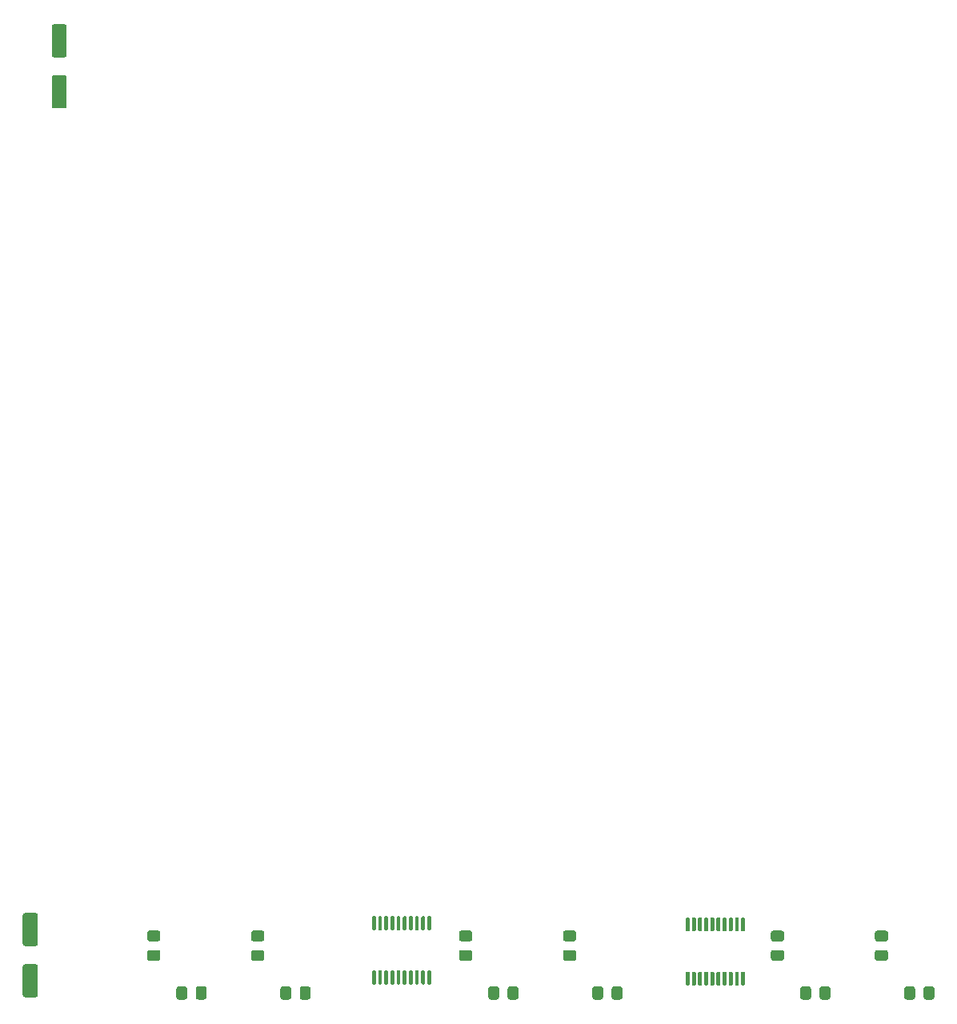
<source format=gbr>
%TF.GenerationSoftware,KiCad,Pcbnew,5.1.6-c6e7f7d~86~ubuntu18.04.1*%
%TF.CreationDate,2021-02-18T21:08:59+08:00*%
%TF.ProjectId,amiga_ocs,616d6967-615f-46f6-9373-2e6b69636164,rev?*%
%TF.SameCoordinates,Original*%
%TF.FileFunction,Paste,Top*%
%TF.FilePolarity,Positive*%
%FSLAX46Y46*%
G04 Gerber Fmt 4.6, Leading zero omitted, Abs format (unit mm)*
G04 Created by KiCad (PCBNEW 5.1.6-c6e7f7d~86~ubuntu18.04.1) date 2021-02-18 21:08:59*
%MOMM*%
%LPD*%
G01*
G04 APERTURE LIST*
G04 APERTURE END LIST*
%TO.C,C18*%
G36*
G01*
X87450001Y-126550000D02*
X86549999Y-126550000D01*
G75*
G02*
X86300000Y-126300001I0J249999D01*
G01*
X86300000Y-125649999D01*
G75*
G02*
X86549999Y-125400000I249999J0D01*
G01*
X87450001Y-125400000D01*
G75*
G02*
X87700000Y-125649999I0J-249999D01*
G01*
X87700000Y-126300001D01*
G75*
G02*
X87450001Y-126550000I-249999J0D01*
G01*
G37*
G36*
G01*
X87450001Y-128600000D02*
X86549999Y-128600000D01*
G75*
G02*
X86300000Y-128350001I0J249999D01*
G01*
X86300000Y-127699999D01*
G75*
G02*
X86549999Y-127450000I249999J0D01*
G01*
X87450001Y-127450000D01*
G75*
G02*
X87700000Y-127699999I0J-249999D01*
G01*
X87700000Y-128350001D01*
G75*
G02*
X87450001Y-128600000I-249999J0D01*
G01*
G37*
%TD*%
%TO.C,C17*%
G36*
G01*
X98450001Y-126550000D02*
X97549999Y-126550000D01*
G75*
G02*
X97300000Y-126300001I0J249999D01*
G01*
X97300000Y-125649999D01*
G75*
G02*
X97549999Y-125400000I249999J0D01*
G01*
X98450001Y-125400000D01*
G75*
G02*
X98700000Y-125649999I0J-249999D01*
G01*
X98700000Y-126300001D01*
G75*
G02*
X98450001Y-126550000I-249999J0D01*
G01*
G37*
G36*
G01*
X98450001Y-128600000D02*
X97549999Y-128600000D01*
G75*
G02*
X97300000Y-128350001I0J249999D01*
G01*
X97300000Y-127699999D01*
G75*
G02*
X97549999Y-127450000I249999J0D01*
G01*
X98450001Y-127450000D01*
G75*
G02*
X98700000Y-127699999I0J-249999D01*
G01*
X98700000Y-128350001D01*
G75*
G02*
X98450001Y-128600000I-249999J0D01*
G01*
G37*
%TD*%
%TO.C,C16*%
G36*
G01*
X120450001Y-126550000D02*
X119549999Y-126550000D01*
G75*
G02*
X119300000Y-126300001I0J249999D01*
G01*
X119300000Y-125649999D01*
G75*
G02*
X119549999Y-125400000I249999J0D01*
G01*
X120450001Y-125400000D01*
G75*
G02*
X120700000Y-125649999I0J-249999D01*
G01*
X120700000Y-126300001D01*
G75*
G02*
X120450001Y-126550000I-249999J0D01*
G01*
G37*
G36*
G01*
X120450001Y-128600000D02*
X119549999Y-128600000D01*
G75*
G02*
X119300000Y-128350001I0J249999D01*
G01*
X119300000Y-127699999D01*
G75*
G02*
X119549999Y-127450000I249999J0D01*
G01*
X120450001Y-127450000D01*
G75*
G02*
X120700000Y-127699999I0J-249999D01*
G01*
X120700000Y-128350001D01*
G75*
G02*
X120450001Y-128600000I-249999J0D01*
G01*
G37*
%TD*%
%TO.C,C15*%
G36*
G01*
X131450001Y-126550000D02*
X130549999Y-126550000D01*
G75*
G02*
X130300000Y-126300001I0J249999D01*
G01*
X130300000Y-125649999D01*
G75*
G02*
X130549999Y-125400000I249999J0D01*
G01*
X131450001Y-125400000D01*
G75*
G02*
X131700000Y-125649999I0J-249999D01*
G01*
X131700000Y-126300001D01*
G75*
G02*
X131450001Y-126550000I-249999J0D01*
G01*
G37*
G36*
G01*
X131450001Y-128600000D02*
X130549999Y-128600000D01*
G75*
G02*
X130300000Y-128350001I0J249999D01*
G01*
X130300000Y-127699999D01*
G75*
G02*
X130549999Y-127450000I249999J0D01*
G01*
X131450001Y-127450000D01*
G75*
G02*
X131700000Y-127699999I0J-249999D01*
G01*
X131700000Y-128350001D01*
G75*
G02*
X131450001Y-128600000I-249999J0D01*
G01*
G37*
%TD*%
%TO.C,C12*%
G36*
G01*
X65450001Y-126550000D02*
X64549999Y-126550000D01*
G75*
G02*
X64300000Y-126300001I0J249999D01*
G01*
X64300000Y-125649999D01*
G75*
G02*
X64549999Y-125400000I249999J0D01*
G01*
X65450001Y-125400000D01*
G75*
G02*
X65700000Y-125649999I0J-249999D01*
G01*
X65700000Y-126300001D01*
G75*
G02*
X65450001Y-126550000I-249999J0D01*
G01*
G37*
G36*
G01*
X65450001Y-128600000D02*
X64549999Y-128600000D01*
G75*
G02*
X64300000Y-128350001I0J249999D01*
G01*
X64300000Y-127699999D01*
G75*
G02*
X64549999Y-127450000I249999J0D01*
G01*
X65450001Y-127450000D01*
G75*
G02*
X65700000Y-127699999I0J-249999D01*
G01*
X65700000Y-128350001D01*
G75*
G02*
X65450001Y-128600000I-249999J0D01*
G01*
G37*
%TD*%
%TO.C,C11*%
G36*
G01*
X53549999Y-127450000D02*
X54450001Y-127450000D01*
G75*
G02*
X54700000Y-127699999I0J-249999D01*
G01*
X54700000Y-128350001D01*
G75*
G02*
X54450001Y-128600000I-249999J0D01*
G01*
X53549999Y-128600000D01*
G75*
G02*
X53300000Y-128350001I0J249999D01*
G01*
X53300000Y-127699999D01*
G75*
G02*
X53549999Y-127450000I249999J0D01*
G01*
G37*
G36*
G01*
X53549999Y-125400000D02*
X54450001Y-125400000D01*
G75*
G02*
X54700000Y-125649999I0J-249999D01*
G01*
X54700000Y-126300001D01*
G75*
G02*
X54450001Y-126550000I-249999J0D01*
G01*
X53549999Y-126550000D01*
G75*
G02*
X53300000Y-126300001I0J249999D01*
G01*
X53300000Y-125649999D01*
G75*
G02*
X53549999Y-125400000I249999J0D01*
G01*
G37*
%TD*%
%TO.C,C10*%
G36*
G01*
X43450000Y-34950000D02*
X44550000Y-34950000D01*
G75*
G02*
X44800000Y-35200000I0J-250000D01*
G01*
X44800000Y-38200000D01*
G75*
G02*
X44550000Y-38450000I-250000J0D01*
G01*
X43450000Y-38450000D01*
G75*
G02*
X43200000Y-38200000I0J250000D01*
G01*
X43200000Y-35200000D01*
G75*
G02*
X43450000Y-34950000I250000J0D01*
G01*
G37*
G36*
G01*
X43450000Y-29550000D02*
X44550000Y-29550000D01*
G75*
G02*
X44800000Y-29800000I0J-250000D01*
G01*
X44800000Y-32800000D01*
G75*
G02*
X44550000Y-33050000I-250000J0D01*
G01*
X43450000Y-33050000D01*
G75*
G02*
X43200000Y-32800000I0J250000D01*
G01*
X43200000Y-29800000D01*
G75*
G02*
X43450000Y-29550000I250000J0D01*
G01*
G37*
%TD*%
%TO.C,C9*%
G36*
G01*
X135450000Y-132450001D02*
X135450000Y-131549999D01*
G75*
G02*
X135699999Y-131300000I249999J0D01*
G01*
X136350001Y-131300000D01*
G75*
G02*
X136600000Y-131549999I0J-249999D01*
G01*
X136600000Y-132450001D01*
G75*
G02*
X136350001Y-132700000I-249999J0D01*
G01*
X135699999Y-132700000D01*
G75*
G02*
X135450000Y-132450001I0J249999D01*
G01*
G37*
G36*
G01*
X133400000Y-132450001D02*
X133400000Y-131549999D01*
G75*
G02*
X133649999Y-131300000I249999J0D01*
G01*
X134300001Y-131300000D01*
G75*
G02*
X134550000Y-131549999I0J-249999D01*
G01*
X134550000Y-132450001D01*
G75*
G02*
X134300001Y-132700000I-249999J0D01*
G01*
X133649999Y-132700000D01*
G75*
G02*
X133400000Y-132450001I0J249999D01*
G01*
G37*
%TD*%
%TO.C,C8*%
G36*
G01*
X124450000Y-132450001D02*
X124450000Y-131549999D01*
G75*
G02*
X124699999Y-131300000I249999J0D01*
G01*
X125350001Y-131300000D01*
G75*
G02*
X125600000Y-131549999I0J-249999D01*
G01*
X125600000Y-132450001D01*
G75*
G02*
X125350001Y-132700000I-249999J0D01*
G01*
X124699999Y-132700000D01*
G75*
G02*
X124450000Y-132450001I0J249999D01*
G01*
G37*
G36*
G01*
X122400000Y-132450001D02*
X122400000Y-131549999D01*
G75*
G02*
X122649999Y-131300000I249999J0D01*
G01*
X123300001Y-131300000D01*
G75*
G02*
X123550000Y-131549999I0J-249999D01*
G01*
X123550000Y-132450001D01*
G75*
G02*
X123300001Y-132700000I-249999J0D01*
G01*
X122649999Y-132700000D01*
G75*
G02*
X122400000Y-132450001I0J249999D01*
G01*
G37*
%TD*%
%TO.C,C7*%
G36*
G01*
X102450000Y-132450001D02*
X102450000Y-131549999D01*
G75*
G02*
X102699999Y-131300000I249999J0D01*
G01*
X103350001Y-131300000D01*
G75*
G02*
X103600000Y-131549999I0J-249999D01*
G01*
X103600000Y-132450001D01*
G75*
G02*
X103350001Y-132700000I-249999J0D01*
G01*
X102699999Y-132700000D01*
G75*
G02*
X102450000Y-132450001I0J249999D01*
G01*
G37*
G36*
G01*
X100400000Y-132450001D02*
X100400000Y-131549999D01*
G75*
G02*
X100649999Y-131300000I249999J0D01*
G01*
X101300001Y-131300000D01*
G75*
G02*
X101550000Y-131549999I0J-249999D01*
G01*
X101550000Y-132450001D01*
G75*
G02*
X101300001Y-132700000I-249999J0D01*
G01*
X100649999Y-132700000D01*
G75*
G02*
X100400000Y-132450001I0J249999D01*
G01*
G37*
%TD*%
%TO.C,C6*%
G36*
G01*
X91450000Y-132450001D02*
X91450000Y-131549999D01*
G75*
G02*
X91699999Y-131300000I249999J0D01*
G01*
X92350001Y-131300000D01*
G75*
G02*
X92600000Y-131549999I0J-249999D01*
G01*
X92600000Y-132450001D01*
G75*
G02*
X92350001Y-132700000I-249999J0D01*
G01*
X91699999Y-132700000D01*
G75*
G02*
X91450000Y-132450001I0J249999D01*
G01*
G37*
G36*
G01*
X89400000Y-132450001D02*
X89400000Y-131549999D01*
G75*
G02*
X89649999Y-131300000I249999J0D01*
G01*
X90300001Y-131300000D01*
G75*
G02*
X90550000Y-131549999I0J-249999D01*
G01*
X90550000Y-132450001D01*
G75*
G02*
X90300001Y-132700000I-249999J0D01*
G01*
X89649999Y-132700000D01*
G75*
G02*
X89400000Y-132450001I0J249999D01*
G01*
G37*
%TD*%
%TO.C,C3*%
G36*
G01*
X69450000Y-132450001D02*
X69450000Y-131549999D01*
G75*
G02*
X69699999Y-131300000I249999J0D01*
G01*
X70350001Y-131300000D01*
G75*
G02*
X70600000Y-131549999I0J-249999D01*
G01*
X70600000Y-132450001D01*
G75*
G02*
X70350001Y-132700000I-249999J0D01*
G01*
X69699999Y-132700000D01*
G75*
G02*
X69450000Y-132450001I0J249999D01*
G01*
G37*
G36*
G01*
X67400000Y-132450001D02*
X67400000Y-131549999D01*
G75*
G02*
X67649999Y-131300000I249999J0D01*
G01*
X68300001Y-131300000D01*
G75*
G02*
X68550000Y-131549999I0J-249999D01*
G01*
X68550000Y-132450001D01*
G75*
G02*
X68300001Y-132700000I-249999J0D01*
G01*
X67649999Y-132700000D01*
G75*
G02*
X67400000Y-132450001I0J249999D01*
G01*
G37*
%TD*%
%TO.C,C2*%
G36*
G01*
X58450000Y-132450001D02*
X58450000Y-131549999D01*
G75*
G02*
X58699999Y-131300000I249999J0D01*
G01*
X59350001Y-131300000D01*
G75*
G02*
X59600000Y-131549999I0J-249999D01*
G01*
X59600000Y-132450001D01*
G75*
G02*
X59350001Y-132700000I-249999J0D01*
G01*
X58699999Y-132700000D01*
G75*
G02*
X58450000Y-132450001I0J249999D01*
G01*
G37*
G36*
G01*
X56400000Y-132450001D02*
X56400000Y-131549999D01*
G75*
G02*
X56649999Y-131300000I249999J0D01*
G01*
X57300001Y-131300000D01*
G75*
G02*
X57550000Y-131549999I0J-249999D01*
G01*
X57550000Y-132450001D01*
G75*
G02*
X57300001Y-132700000I-249999J0D01*
G01*
X56649999Y-132700000D01*
G75*
G02*
X56400000Y-132450001I0J249999D01*
G01*
G37*
%TD*%
%TO.C,C1*%
G36*
G01*
X40395000Y-128949000D02*
X41495000Y-128949000D01*
G75*
G02*
X41745000Y-129199000I0J-250000D01*
G01*
X41745000Y-132199000D01*
G75*
G02*
X41495000Y-132449000I-250000J0D01*
G01*
X40395000Y-132449000D01*
G75*
G02*
X40145000Y-132199000I0J250000D01*
G01*
X40145000Y-129199000D01*
G75*
G02*
X40395000Y-128949000I250000J0D01*
G01*
G37*
G36*
G01*
X40395000Y-123549000D02*
X41495000Y-123549000D01*
G75*
G02*
X41745000Y-123799000I0J-250000D01*
G01*
X41745000Y-126799000D01*
G75*
G02*
X41495000Y-127049000I-250000J0D01*
G01*
X40395000Y-127049000D01*
G75*
G02*
X40145000Y-126799000I0J250000D01*
G01*
X40145000Y-123799000D01*
G75*
G02*
X40395000Y-123549000I250000J0D01*
G01*
G37*
%TD*%
%TO.C,U1*%
G36*
G01*
X83049300Y-129616000D02*
X83249300Y-129616000D01*
G75*
G02*
X83349300Y-129716000I0J-100000D01*
G01*
X83349300Y-130991000D01*
G75*
G02*
X83249300Y-131091000I-100000J0D01*
G01*
X83049300Y-131091000D01*
G75*
G02*
X82949300Y-130991000I0J100000D01*
G01*
X82949300Y-129716000D01*
G75*
G02*
X83049300Y-129616000I100000J0D01*
G01*
G37*
G36*
G01*
X82399300Y-129616000D02*
X82599300Y-129616000D01*
G75*
G02*
X82699300Y-129716000I0J-100000D01*
G01*
X82699300Y-130991000D01*
G75*
G02*
X82599300Y-131091000I-100000J0D01*
G01*
X82399300Y-131091000D01*
G75*
G02*
X82299300Y-130991000I0J100000D01*
G01*
X82299300Y-129716000D01*
G75*
G02*
X82399300Y-129616000I100000J0D01*
G01*
G37*
G36*
G01*
X81749300Y-129616000D02*
X81949300Y-129616000D01*
G75*
G02*
X82049300Y-129716000I0J-100000D01*
G01*
X82049300Y-130991000D01*
G75*
G02*
X81949300Y-131091000I-100000J0D01*
G01*
X81749300Y-131091000D01*
G75*
G02*
X81649300Y-130991000I0J100000D01*
G01*
X81649300Y-129716000D01*
G75*
G02*
X81749300Y-129616000I100000J0D01*
G01*
G37*
G36*
G01*
X81099300Y-129616000D02*
X81299300Y-129616000D01*
G75*
G02*
X81399300Y-129716000I0J-100000D01*
G01*
X81399300Y-130991000D01*
G75*
G02*
X81299300Y-131091000I-100000J0D01*
G01*
X81099300Y-131091000D01*
G75*
G02*
X80999300Y-130991000I0J100000D01*
G01*
X80999300Y-129716000D01*
G75*
G02*
X81099300Y-129616000I100000J0D01*
G01*
G37*
G36*
G01*
X80449300Y-129616000D02*
X80649300Y-129616000D01*
G75*
G02*
X80749300Y-129716000I0J-100000D01*
G01*
X80749300Y-130991000D01*
G75*
G02*
X80649300Y-131091000I-100000J0D01*
G01*
X80449300Y-131091000D01*
G75*
G02*
X80349300Y-130991000I0J100000D01*
G01*
X80349300Y-129716000D01*
G75*
G02*
X80449300Y-129616000I100000J0D01*
G01*
G37*
G36*
G01*
X79799300Y-129616000D02*
X79999300Y-129616000D01*
G75*
G02*
X80099300Y-129716000I0J-100000D01*
G01*
X80099300Y-130991000D01*
G75*
G02*
X79999300Y-131091000I-100000J0D01*
G01*
X79799300Y-131091000D01*
G75*
G02*
X79699300Y-130991000I0J100000D01*
G01*
X79699300Y-129716000D01*
G75*
G02*
X79799300Y-129616000I100000J0D01*
G01*
G37*
G36*
G01*
X79149300Y-129616000D02*
X79349300Y-129616000D01*
G75*
G02*
X79449300Y-129716000I0J-100000D01*
G01*
X79449300Y-130991000D01*
G75*
G02*
X79349300Y-131091000I-100000J0D01*
G01*
X79149300Y-131091000D01*
G75*
G02*
X79049300Y-130991000I0J100000D01*
G01*
X79049300Y-129716000D01*
G75*
G02*
X79149300Y-129616000I100000J0D01*
G01*
G37*
G36*
G01*
X78499300Y-129616000D02*
X78699300Y-129616000D01*
G75*
G02*
X78799300Y-129716000I0J-100000D01*
G01*
X78799300Y-130991000D01*
G75*
G02*
X78699300Y-131091000I-100000J0D01*
G01*
X78499300Y-131091000D01*
G75*
G02*
X78399300Y-130991000I0J100000D01*
G01*
X78399300Y-129716000D01*
G75*
G02*
X78499300Y-129616000I100000J0D01*
G01*
G37*
G36*
G01*
X77849300Y-129616000D02*
X78049300Y-129616000D01*
G75*
G02*
X78149300Y-129716000I0J-100000D01*
G01*
X78149300Y-130991000D01*
G75*
G02*
X78049300Y-131091000I-100000J0D01*
G01*
X77849300Y-131091000D01*
G75*
G02*
X77749300Y-130991000I0J100000D01*
G01*
X77749300Y-129716000D01*
G75*
G02*
X77849300Y-129616000I100000J0D01*
G01*
G37*
G36*
G01*
X77199300Y-129616000D02*
X77399300Y-129616000D01*
G75*
G02*
X77499300Y-129716000I0J-100000D01*
G01*
X77499300Y-130991000D01*
G75*
G02*
X77399300Y-131091000I-100000J0D01*
G01*
X77199300Y-131091000D01*
G75*
G02*
X77099300Y-130991000I0J100000D01*
G01*
X77099300Y-129716000D01*
G75*
G02*
X77199300Y-129616000I100000J0D01*
G01*
G37*
G36*
G01*
X77199300Y-123891000D02*
X77399300Y-123891000D01*
G75*
G02*
X77499300Y-123991000I0J-100000D01*
G01*
X77499300Y-125266000D01*
G75*
G02*
X77399300Y-125366000I-100000J0D01*
G01*
X77199300Y-125366000D01*
G75*
G02*
X77099300Y-125266000I0J100000D01*
G01*
X77099300Y-123991000D01*
G75*
G02*
X77199300Y-123891000I100000J0D01*
G01*
G37*
G36*
G01*
X77849300Y-123891000D02*
X78049300Y-123891000D01*
G75*
G02*
X78149300Y-123991000I0J-100000D01*
G01*
X78149300Y-125266000D01*
G75*
G02*
X78049300Y-125366000I-100000J0D01*
G01*
X77849300Y-125366000D01*
G75*
G02*
X77749300Y-125266000I0J100000D01*
G01*
X77749300Y-123991000D01*
G75*
G02*
X77849300Y-123891000I100000J0D01*
G01*
G37*
G36*
G01*
X78499300Y-123891000D02*
X78699300Y-123891000D01*
G75*
G02*
X78799300Y-123991000I0J-100000D01*
G01*
X78799300Y-125266000D01*
G75*
G02*
X78699300Y-125366000I-100000J0D01*
G01*
X78499300Y-125366000D01*
G75*
G02*
X78399300Y-125266000I0J100000D01*
G01*
X78399300Y-123991000D01*
G75*
G02*
X78499300Y-123891000I100000J0D01*
G01*
G37*
G36*
G01*
X79149300Y-123891000D02*
X79349300Y-123891000D01*
G75*
G02*
X79449300Y-123991000I0J-100000D01*
G01*
X79449300Y-125266000D01*
G75*
G02*
X79349300Y-125366000I-100000J0D01*
G01*
X79149300Y-125366000D01*
G75*
G02*
X79049300Y-125266000I0J100000D01*
G01*
X79049300Y-123991000D01*
G75*
G02*
X79149300Y-123891000I100000J0D01*
G01*
G37*
G36*
G01*
X79799300Y-123891000D02*
X79999300Y-123891000D01*
G75*
G02*
X80099300Y-123991000I0J-100000D01*
G01*
X80099300Y-125266000D01*
G75*
G02*
X79999300Y-125366000I-100000J0D01*
G01*
X79799300Y-125366000D01*
G75*
G02*
X79699300Y-125266000I0J100000D01*
G01*
X79699300Y-123991000D01*
G75*
G02*
X79799300Y-123891000I100000J0D01*
G01*
G37*
G36*
G01*
X80449300Y-123891000D02*
X80649300Y-123891000D01*
G75*
G02*
X80749300Y-123991000I0J-100000D01*
G01*
X80749300Y-125266000D01*
G75*
G02*
X80649300Y-125366000I-100000J0D01*
G01*
X80449300Y-125366000D01*
G75*
G02*
X80349300Y-125266000I0J100000D01*
G01*
X80349300Y-123991000D01*
G75*
G02*
X80449300Y-123891000I100000J0D01*
G01*
G37*
G36*
G01*
X81099300Y-123891000D02*
X81299300Y-123891000D01*
G75*
G02*
X81399300Y-123991000I0J-100000D01*
G01*
X81399300Y-125266000D01*
G75*
G02*
X81299300Y-125366000I-100000J0D01*
G01*
X81099300Y-125366000D01*
G75*
G02*
X80999300Y-125266000I0J100000D01*
G01*
X80999300Y-123991000D01*
G75*
G02*
X81099300Y-123891000I100000J0D01*
G01*
G37*
G36*
G01*
X81749300Y-123891000D02*
X81949300Y-123891000D01*
G75*
G02*
X82049300Y-123991000I0J-100000D01*
G01*
X82049300Y-125266000D01*
G75*
G02*
X81949300Y-125366000I-100000J0D01*
G01*
X81749300Y-125366000D01*
G75*
G02*
X81649300Y-125266000I0J100000D01*
G01*
X81649300Y-123991000D01*
G75*
G02*
X81749300Y-123891000I100000J0D01*
G01*
G37*
G36*
G01*
X82399300Y-123891000D02*
X82599300Y-123891000D01*
G75*
G02*
X82699300Y-123991000I0J-100000D01*
G01*
X82699300Y-125266000D01*
G75*
G02*
X82599300Y-125366000I-100000J0D01*
G01*
X82399300Y-125366000D01*
G75*
G02*
X82299300Y-125266000I0J100000D01*
G01*
X82299300Y-123991000D01*
G75*
G02*
X82399300Y-123891000I100000J0D01*
G01*
G37*
G36*
G01*
X83049300Y-123891000D02*
X83249300Y-123891000D01*
G75*
G02*
X83349300Y-123991000I0J-100000D01*
G01*
X83349300Y-125266000D01*
G75*
G02*
X83249300Y-125366000I-100000J0D01*
G01*
X83049300Y-125366000D01*
G75*
G02*
X82949300Y-125266000I0J100000D01*
G01*
X82949300Y-123991000D01*
G75*
G02*
X83049300Y-123891000I100000J0D01*
G01*
G37*
%TD*%
%TO.C,U2*%
G36*
G01*
X116251000Y-129743000D02*
X116451000Y-129743000D01*
G75*
G02*
X116551000Y-129843000I0J-100000D01*
G01*
X116551000Y-131118000D01*
G75*
G02*
X116451000Y-131218000I-100000J0D01*
G01*
X116251000Y-131218000D01*
G75*
G02*
X116151000Y-131118000I0J100000D01*
G01*
X116151000Y-129843000D01*
G75*
G02*
X116251000Y-129743000I100000J0D01*
G01*
G37*
G36*
G01*
X115601000Y-129743000D02*
X115801000Y-129743000D01*
G75*
G02*
X115901000Y-129843000I0J-100000D01*
G01*
X115901000Y-131118000D01*
G75*
G02*
X115801000Y-131218000I-100000J0D01*
G01*
X115601000Y-131218000D01*
G75*
G02*
X115501000Y-131118000I0J100000D01*
G01*
X115501000Y-129843000D01*
G75*
G02*
X115601000Y-129743000I100000J0D01*
G01*
G37*
G36*
G01*
X114951000Y-129743000D02*
X115151000Y-129743000D01*
G75*
G02*
X115251000Y-129843000I0J-100000D01*
G01*
X115251000Y-131118000D01*
G75*
G02*
X115151000Y-131218000I-100000J0D01*
G01*
X114951000Y-131218000D01*
G75*
G02*
X114851000Y-131118000I0J100000D01*
G01*
X114851000Y-129843000D01*
G75*
G02*
X114951000Y-129743000I100000J0D01*
G01*
G37*
G36*
G01*
X114301000Y-129743000D02*
X114501000Y-129743000D01*
G75*
G02*
X114601000Y-129843000I0J-100000D01*
G01*
X114601000Y-131118000D01*
G75*
G02*
X114501000Y-131218000I-100000J0D01*
G01*
X114301000Y-131218000D01*
G75*
G02*
X114201000Y-131118000I0J100000D01*
G01*
X114201000Y-129843000D01*
G75*
G02*
X114301000Y-129743000I100000J0D01*
G01*
G37*
G36*
G01*
X113651000Y-129743000D02*
X113851000Y-129743000D01*
G75*
G02*
X113951000Y-129843000I0J-100000D01*
G01*
X113951000Y-131118000D01*
G75*
G02*
X113851000Y-131218000I-100000J0D01*
G01*
X113651000Y-131218000D01*
G75*
G02*
X113551000Y-131118000I0J100000D01*
G01*
X113551000Y-129843000D01*
G75*
G02*
X113651000Y-129743000I100000J0D01*
G01*
G37*
G36*
G01*
X113001000Y-129743000D02*
X113201000Y-129743000D01*
G75*
G02*
X113301000Y-129843000I0J-100000D01*
G01*
X113301000Y-131118000D01*
G75*
G02*
X113201000Y-131218000I-100000J0D01*
G01*
X113001000Y-131218000D01*
G75*
G02*
X112901000Y-131118000I0J100000D01*
G01*
X112901000Y-129843000D01*
G75*
G02*
X113001000Y-129743000I100000J0D01*
G01*
G37*
G36*
G01*
X112351000Y-129743000D02*
X112551000Y-129743000D01*
G75*
G02*
X112651000Y-129843000I0J-100000D01*
G01*
X112651000Y-131118000D01*
G75*
G02*
X112551000Y-131218000I-100000J0D01*
G01*
X112351000Y-131218000D01*
G75*
G02*
X112251000Y-131118000I0J100000D01*
G01*
X112251000Y-129843000D01*
G75*
G02*
X112351000Y-129743000I100000J0D01*
G01*
G37*
G36*
G01*
X111701000Y-129743000D02*
X111901000Y-129743000D01*
G75*
G02*
X112001000Y-129843000I0J-100000D01*
G01*
X112001000Y-131118000D01*
G75*
G02*
X111901000Y-131218000I-100000J0D01*
G01*
X111701000Y-131218000D01*
G75*
G02*
X111601000Y-131118000I0J100000D01*
G01*
X111601000Y-129843000D01*
G75*
G02*
X111701000Y-129743000I100000J0D01*
G01*
G37*
G36*
G01*
X111051000Y-129743000D02*
X111251000Y-129743000D01*
G75*
G02*
X111351000Y-129843000I0J-100000D01*
G01*
X111351000Y-131118000D01*
G75*
G02*
X111251000Y-131218000I-100000J0D01*
G01*
X111051000Y-131218000D01*
G75*
G02*
X110951000Y-131118000I0J100000D01*
G01*
X110951000Y-129843000D01*
G75*
G02*
X111051000Y-129743000I100000J0D01*
G01*
G37*
G36*
G01*
X110401000Y-129743000D02*
X110601000Y-129743000D01*
G75*
G02*
X110701000Y-129843000I0J-100000D01*
G01*
X110701000Y-131118000D01*
G75*
G02*
X110601000Y-131218000I-100000J0D01*
G01*
X110401000Y-131218000D01*
G75*
G02*
X110301000Y-131118000I0J100000D01*
G01*
X110301000Y-129843000D01*
G75*
G02*
X110401000Y-129743000I100000J0D01*
G01*
G37*
G36*
G01*
X110401000Y-124018000D02*
X110601000Y-124018000D01*
G75*
G02*
X110701000Y-124118000I0J-100000D01*
G01*
X110701000Y-125393000D01*
G75*
G02*
X110601000Y-125493000I-100000J0D01*
G01*
X110401000Y-125493000D01*
G75*
G02*
X110301000Y-125393000I0J100000D01*
G01*
X110301000Y-124118000D01*
G75*
G02*
X110401000Y-124018000I100000J0D01*
G01*
G37*
G36*
G01*
X111051000Y-124018000D02*
X111251000Y-124018000D01*
G75*
G02*
X111351000Y-124118000I0J-100000D01*
G01*
X111351000Y-125393000D01*
G75*
G02*
X111251000Y-125493000I-100000J0D01*
G01*
X111051000Y-125493000D01*
G75*
G02*
X110951000Y-125393000I0J100000D01*
G01*
X110951000Y-124118000D01*
G75*
G02*
X111051000Y-124018000I100000J0D01*
G01*
G37*
G36*
G01*
X111701000Y-124018000D02*
X111901000Y-124018000D01*
G75*
G02*
X112001000Y-124118000I0J-100000D01*
G01*
X112001000Y-125393000D01*
G75*
G02*
X111901000Y-125493000I-100000J0D01*
G01*
X111701000Y-125493000D01*
G75*
G02*
X111601000Y-125393000I0J100000D01*
G01*
X111601000Y-124118000D01*
G75*
G02*
X111701000Y-124018000I100000J0D01*
G01*
G37*
G36*
G01*
X112351000Y-124018000D02*
X112551000Y-124018000D01*
G75*
G02*
X112651000Y-124118000I0J-100000D01*
G01*
X112651000Y-125393000D01*
G75*
G02*
X112551000Y-125493000I-100000J0D01*
G01*
X112351000Y-125493000D01*
G75*
G02*
X112251000Y-125393000I0J100000D01*
G01*
X112251000Y-124118000D01*
G75*
G02*
X112351000Y-124018000I100000J0D01*
G01*
G37*
G36*
G01*
X113001000Y-124018000D02*
X113201000Y-124018000D01*
G75*
G02*
X113301000Y-124118000I0J-100000D01*
G01*
X113301000Y-125393000D01*
G75*
G02*
X113201000Y-125493000I-100000J0D01*
G01*
X113001000Y-125493000D01*
G75*
G02*
X112901000Y-125393000I0J100000D01*
G01*
X112901000Y-124118000D01*
G75*
G02*
X113001000Y-124018000I100000J0D01*
G01*
G37*
G36*
G01*
X113651000Y-124018000D02*
X113851000Y-124018000D01*
G75*
G02*
X113951000Y-124118000I0J-100000D01*
G01*
X113951000Y-125393000D01*
G75*
G02*
X113851000Y-125493000I-100000J0D01*
G01*
X113651000Y-125493000D01*
G75*
G02*
X113551000Y-125393000I0J100000D01*
G01*
X113551000Y-124118000D01*
G75*
G02*
X113651000Y-124018000I100000J0D01*
G01*
G37*
G36*
G01*
X114301000Y-124018000D02*
X114501000Y-124018000D01*
G75*
G02*
X114601000Y-124118000I0J-100000D01*
G01*
X114601000Y-125393000D01*
G75*
G02*
X114501000Y-125493000I-100000J0D01*
G01*
X114301000Y-125493000D01*
G75*
G02*
X114201000Y-125393000I0J100000D01*
G01*
X114201000Y-124118000D01*
G75*
G02*
X114301000Y-124018000I100000J0D01*
G01*
G37*
G36*
G01*
X114951000Y-124018000D02*
X115151000Y-124018000D01*
G75*
G02*
X115251000Y-124118000I0J-100000D01*
G01*
X115251000Y-125393000D01*
G75*
G02*
X115151000Y-125493000I-100000J0D01*
G01*
X114951000Y-125493000D01*
G75*
G02*
X114851000Y-125393000I0J100000D01*
G01*
X114851000Y-124118000D01*
G75*
G02*
X114951000Y-124018000I100000J0D01*
G01*
G37*
G36*
G01*
X115601000Y-124018000D02*
X115801000Y-124018000D01*
G75*
G02*
X115901000Y-124118000I0J-100000D01*
G01*
X115901000Y-125393000D01*
G75*
G02*
X115801000Y-125493000I-100000J0D01*
G01*
X115601000Y-125493000D01*
G75*
G02*
X115501000Y-125393000I0J100000D01*
G01*
X115501000Y-124118000D01*
G75*
G02*
X115601000Y-124018000I100000J0D01*
G01*
G37*
G36*
G01*
X116251000Y-124018000D02*
X116451000Y-124018000D01*
G75*
G02*
X116551000Y-124118000I0J-100000D01*
G01*
X116551000Y-125393000D01*
G75*
G02*
X116451000Y-125493000I-100000J0D01*
G01*
X116251000Y-125493000D01*
G75*
G02*
X116151000Y-125393000I0J100000D01*
G01*
X116151000Y-124118000D01*
G75*
G02*
X116251000Y-124018000I100000J0D01*
G01*
G37*
%TD*%
M02*

</source>
